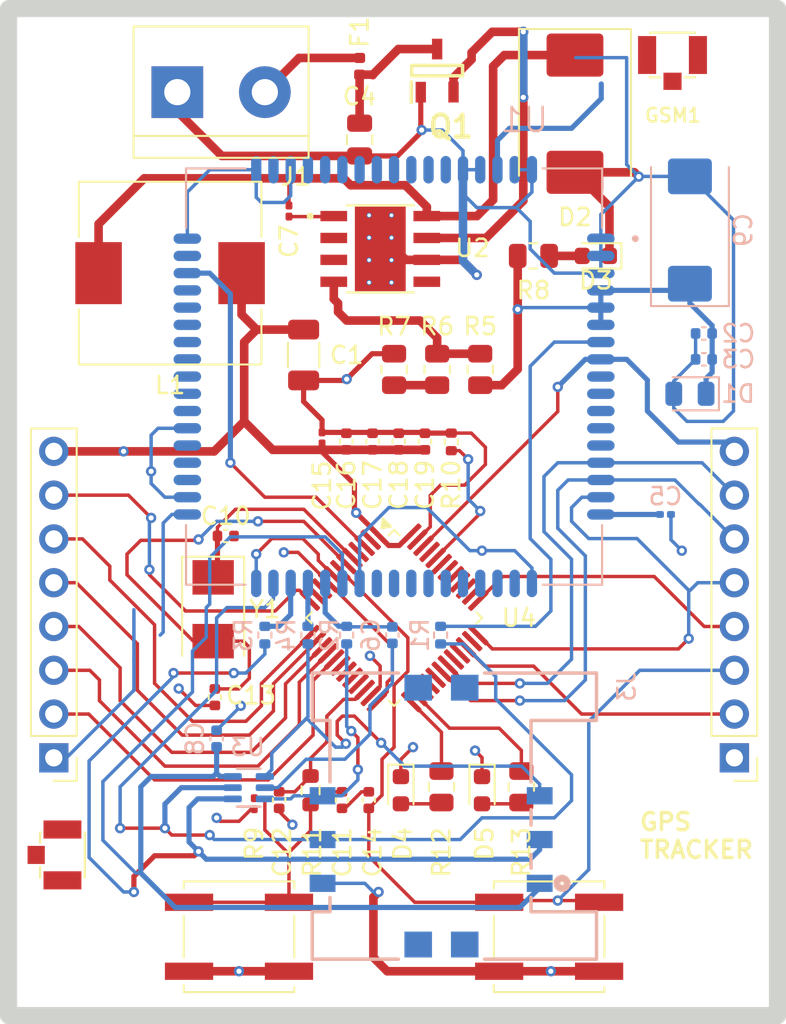
<source format=kicad_pcb>
(kicad_pcb (version 20240108) (generator "pcbnew") (generator_version "8.0")
  (layers (0 "F.Cu" signal) (1 "In1.Cu" signal) (2 "In2.Cu" signal) (31 "B.Cu" signal) (34 "B.Paste" user) (35 "F.Paste" user) (36 "B.SilkS" user "B.Silkscreen") (37 "F.SilkS" user "F.Silkscreen") (38 "B.Mask" user) (39 "F.Mask" user) (44 "Edge.Cuts" user))
  (net 0 "")
  (net 1 "+3.3V")
  (net 2 "GND")
  (net 3 "SIM_DATA")
  (net 4 "SIM_VDD")
  (net 5 "Net-(D2-K)")
  (net 6 "Net-(Q1-D)")
  (net 7 "NRST")
  (net 8 "Net-(U4-PF1)")
  (net 9 "Net-(U4-PF0)")
  (net 10 "Net-(U4-PB11)")
  (net 11 "Net-(D3-A)")
  (net 12 "Net-(D4-A)")
  (net 13 "Net-(D5-A)")
  (net 14 "+12V")
  (net 15 "SWDCLK")
  (net 16 "SIM_PWRKEY")
  (net 17 "SWDIO")
  (net 18 "SIM_RESET")
  (net 19 "SIM_RX")
  (net 20 "SIM_TX")
  (net 21 "PA7{slash}SPI1_MOSI")
  (net 22 "USART2_RX")
  (net 23 "PA4")
  (net 24 "PA6{slash}SPI1_MISO")
  (net 25 "PA5{slash}SPI1_CLK")
  (net 26 "USART2_TX")
  (net 28 "Net-(J3-CLK)")
  (net 29 "Net-(J3-RET)")
  (net 32 "SIM_DET")
  (net 33 "Net-(J3-I{slash}O)")
  (net 35 "Net-(Q1-S)")
  (net 36 "SIM_RST")
  (net 37 "SIM_CLK")
  (net 38 "FEEDBACK")
  (net 39 "Net-(R6-Pad2)")
  (net 40 "Net-(U4-BOOT0)")
  (net 41 "LED2")
  (net 42 "LED1")
  (net 43 "GSM_ANT")
  (net 44 "STATUS")
  (net 45 "GPS_ANT")
  (net 67 "Net-(U1-VRTC)")
  (net 68 "Net-(C6-Pad2)")
  (net 69 "Net-(U2-BOOT)")
  (net 70 "Net-(C11-Pad1)")
  (net 71 "Net-(U1-VDD_EXT)")
  (footprint "Capacitor_SMD:C_0402_1005Metric" (layer "F.Cu") (at 144.251 115.969 -90)
    (property "Reference" "C12")
    (property "Value" "100n")
  )
  (footprint "Capacitor_SMD:C_0201_0603Metric" (layer "F.Cu") (at 144.821 81.799 90)
    (property "Reference" "C7")
    (property "Value" "10n")
  )
  (footprint "Button_Switch_SMD:SW_Push_1P1T_NO_CK_KSC6xxJ" (layer "F.Cu") (at 159.921 123.899)
    (property "Reference" "RESET" (hide yes))
    (property "Value" "SW_Push")
  )
  (footprint "Resistor_SMD:R_0805_2012Metric" (layer "F.Cu") (at 150.921 90.9865 90)
    (property "Reference" "R7")
    (property "Value" "2K7")
  )
  (footprint "Fuse:Fuse_0402_1005Metric" (layer "F.Cu") (at 148.921 73.399 -90)
    (property "Reference" "F1")
    (property "Value" "Fuse 2.5A" (hide yes))
  )
  (footprint "Capacitor_SMD:C_0402_1005Metric" (layer "F.Cu") (at 147.899 115.969 -90)
    (property "Reference" "C11")
    (property "Value" "10p")
  )
  (footprint "Resistor_SMD:R_0805_2012Metric" (layer "F.Cu") (at 153.421 90.9865 -90)
    (property "Reference" "R6")
    (property "Value" "1K5")
  )
  (footprint "Resistor_SMD:R_0603_1608Metric" (layer "F.Cu") (at 146.075 115.399 -90)
    (property "Reference" "R11")
    (property "Value" "1K")
  )
  (footprint "Capacitor_SMD:C_0402_1005Metric" (layer "F.Cu") (at 151.191 95.169 90)
    (property "Reference" "C18")
    (property "Value" "100n")
  )
  (footprint "Capacitor_SMD:C_0201_0603Metric" (layer "F.Cu") (at 146.741 94.959 90)
    (property "Reference" "C15")
    (property "Value" "4u7")
  )
  (footprint "Package_QFP:LQFP-48_7x7mm_P0.5mm" (layer "F.Cu") (at 150.921 105.399 -45)
    (property "Reference" "U4")
    (property "Value" "STM32F030C8Tx" (hide yes))
  )
  (footprint "Capacitor_SMD:C_0402_1005Metric" (layer "F.Cu") (at 149.453 115.969 -90)
    (property "Reference" "C14")
    (property "Value" "100n")
  )
  (footprint "Connector_PinHeader_2.54mm:PinHeader_1x08_P2.54mm_Vertical" (layer "F.Cu") (at 170.671 113.519 180)
    (property "Reference" "J4" (hide yes))
    (property "Value" "RIGHT HEADER PINS" (hide yes))
  )
  (footprint "LED_SMD:LED_0603_1608Metric" (layer "F.Cu") (at 151.317 115.399 -90)
    (property "Reference" "D4")
    (property "Value" "LED")
  )
  (footprint "Capacitor_SMD:C_0402_1005Metric" (layer "F.Cu") (at 141.151 100.649)
    (property "Reference" "C10")
    (property "Value" "30p")
  )
  (footprint "Connector_PinHeader_2.54mm:PinHeader_1x08_P2.54mm_Vertical" (layer "F.Cu") (at 131.171 113.519 180)
    (property "Reference" "J2" (hide yes))
    (property "Value" "LEFT HEADER PINS" (hide yes))
  )
  (footprint "Diode_SMD:D_SMC" (layer "F.Cu") (at 161.421 76.149 -90)
    (property "Reference" "D2")
    (property "Value" "B340")
  )
  (footprint "Capacitor_SMD:C_0402_1005Metric" (layer "F.Cu") (at 149.671 95.169 90)
    (property "Reference" "C17")
    (property "Value" "100n")
  )
  (footprint "Resistor_SMD:R_0805_2012Metric" (layer "F.Cu") (at 159.0085 84.399)
    (property "Reference" "R8")
    (property "Value" "1K5")
  )
  (footprint "TerminalBlock:TerminalBlock_bornier-2_P5.08mm" (layer "F.Cu") (at 138.341 74.899)
    (property "Reference" "J1")
    (property "Value" "Screw_Terminal_01x02" (hide yes))
  )
  (footprint "U.FL-R-SMT-1:U.FL-R-SMT-1" (layer "F.Cu") (at 167.0812 72.7446)
    (property "Reference" "GSM1")
    (property "Value" "U.FL-R-SMT-1" (hide yes))
  )
  (footprint "Capacitor_SMD:C_0402_1005Metric" (layer "F.Cu") (at 140.521 109.999 -90)
    (property "Reference" "C13")
    (property "Value" "30p")
  )
  (footprint "Button_Switch_SMD:SW_Push_1P1T_NO_CK_KSC6xxJ" (layer "F.Cu") (at 141.921 123.899)
    (property "Reference" "USER" (hide yes))
    (property "Value" "SW_Push")
  )
  (footprint "Capacitor_SMD:C_0805_2012Metric" (layer "F.Cu") (at 148.921 77.649 -90)
    (property "Reference" "C4")
    (property "Value" "10u" (hide yes))
  )
  (footprint "TPS5430DDA:VREG_LM5017MR_NOPB" (layer "F.Cu") (at 150.121 83.994)
    (property "Reference" "U2")
    (property "Value" "TPS5430DDA")
  )
  (footprint "Crystal:Crystal_SMD_5032-2Pin_5.0x3.2mm" (layer "F.Cu") (at 140.421 104.899 -90)
    (property "Reference" "Y1")
    (property "Value" "8MHz")
  )
  (footprint "Resistor_SMD:R_0805_2012Metric" (layer "F.Cu") (at 155.921 90.9865 -90)
    (property "Reference" "R5")
    (property "Value" "8K2")
  )
  (footprint "Capacitor_SMD:C_0402_1005Metric" (layer "F.Cu") (at 148.151 95.169 90)
    (property "Reference" "C16")
    (property "Value" "100n")
  )
  (footprint "Capacitor_SMD:C_1206_3216Metric" (layer "F.Cu") (at 145.671 90.149 -90)
    (property "Reference" "C1")
    (property "Value" "100u")
  )
  (footprint "Resistor_SMD:R_0805_2012Metric" (layer "F.Cu") (at 158.307 115.199 90)
    (property "Reference" "R13")
    (property "Value" "1k5")
  )
  (footprint "U.FL-R-SMT-1:U.FL-R-SMT-1" (layer "F.Cu") (at 131.67415 119.1514 -90)
    (property "Reference" "GPS1" (hide yes))
    (property "Value" "U.FL-R-SMT-1" (hide yes))
  )
  (footprint "LED_SMD:LED_0603_1608Metric" (layer "F.Cu") (at 156.025 115.399 -90)
    (property "Reference" "D5")
    (property "Value" "LED")
  )
  (footprint "Resistor_SMD:R_0402_1005Metric" (layer "F.Cu") (at 154.241 95.189 -90)
    (property "Reference" "R10")
    (property "Value" "10k")
  )
  (footprint "LIB_AO3407A:SOT95P280X125-3N" (layer "F.Cu") (at 153.421 73.649 90)
    (property "Reference" "Q1")
    (property "Value" "AO3407A" (hide yes))
  )
  (footprint "Resistor_SMD:R_0805_2012Metric" (layer "F.Cu") (at 153.671 115.199 90)
    (property "Reference" "R12")
    (property "Value" "1k5")
  )
  (footprint "Inductor_SMD:L_10.4x10.4_H4.8" (layer "F.Cu") (at 137.921 85.399)
    (property "Reference" "L1")
    (property "Value" "15uH")
  )
  (footprint "Resistor_SMD:R_0201_0603Metric" (layer "F.Cu") (at 142.807 116.179 -90)
    (property "Reference" "R9")
    (property "Value" "100K")
  )
  (footprint "Capacitor_SMD:C_0402_1005Metric" (layer "F.Cu") (at 152.711 95.169 90)
    (property "Reference" "C19")
    (property "Value" "100n")
  )
  (footprint "LED_SMD:LED_0603_1608Metric" (layer "F.Cu") (at 162.6335 84.399 180)
    (property "Reference" "D3")
    (property "Value" "LED")
  )
  (footprint "693010020611:693010020611" (layer "B.Cu") (at 154.421 116.899 90)
    (property "Reference" "J3")
    (property "Value" "693010020611" (hide yes))
    (property "VALUE" "693010020611" (hide yes))
  )
  (footprint "Resistor_SMD:R_0402_1005Metric" (layer "B.Cu") (at 153.621 106.399 90)
    (property "Reference" "R1")
    (property "Value" "4K7" (hide yes))
  )
  (footprint "Capacitor_SMD:C_0402_1005Metric" (layer "B.Cu") (at 140.621 112.399 -90)
    (property "Reference" "C8")
    (property "Value" "1u")
  )
  (footprint "Resistor_SMD:R_0402_1005Metric" (layer "B.Cu") (at 145.921 106.399 90)
    (property "Reference" "R4")
    (property "Value" "10k" (hide yes))
  )
  (footprint "Resistor_SMD:R_0402_1005Metric" (layer "B.Cu") (at 143.421 106.399 90)
    (property "Reference" "R3")
    (property "Value" "10k")
  )
  (footprint "Capacitor_SMD:C_0402_1005Metric" (layer "B.Cu") (at 168.901 90.399 180)
    (property "Reference" "C3")
    (property "Value" "10p")
  )
  (footprint "SIM808:XCVR_SIM808" (layer "B.Cu") (at 150.921 91.399 180)
    (property "Reference" "U1")
    (property "Value" "SIM808" (hide yes))
  )
  (footprint "Capacitor_Tantalum_SMD:CP_EIA-7343-15_Kemet-W" (layer "B.Cu") (at 168.091 82.899 90)
    (property "Reference" "C9")
    (property "Value" "220u")
  )
  (footprint "Resistor_SMD:R_0402_1005Metric" (layer "B.Cu") (at 148.171 106.399 90)
    (property "Reference" "R2")
    (property "Value" "10k")
  )
  (footprint "Capacitor_SMD:C_0402_1005Metric" (layer "B.Cu") (at 168.901 88.899 180)
    (property "Reference" "C2")
    (property "Value" "33p")
  )
  (footprint "SMF05CT1G:SOT65P210X110-6N" (layer "B.Cu") (at 142.486 115.249 180)
    (property "Reference" "U3")
    (property "Value" "SMF05CT1G" (hide yes))
  )
  (footprint "Capacitor_SMD:C_0402_1005Metric" (layer "B.Cu") (at 150.821 106.399 -90)
    (property "Reference" "C6")
    (property "Value" "22p" (hide yes))
  )
  (footprint "Capacitor_SMD:C_0201_0603Metric" (layer "B.Cu") (at 166.671 99.399 180)
    (property "Reference" "C5")
    (property "Value" "4u7")
  )
  (footprint "Diode_SMD:D_0805_2012Metric" (layer "B.Cu") (at 168.091 92.399 180)
    (property "Reference" "D1")
    (property "Value" "D_Zener" (hide yes))
  )
  (gr_rect (start 128.5494 70.0532) (end 173.1772 128.4732) (stroke (width 1)) (fill none) (layer "Edge.Cuts"))
  (gr_text "GPS \nTRACKER" (at 165.0746 119.4308 0) (layer "F.SilkS") (effects (font (size 1 1) (thickness 0.2) (bold yes)) (justify left bottom)))
  (segment (start 151.221 101.199) (end 150.610088 101.199) (width 0.3) (layer "F.Cu") (net 1))
  (segment (start 149.922212 100.511124) (end 149.922212 100.500212) (width 0.3) (layer "F.Cu") (net 1))
  (segment (start 142.071 87.799) (end 142.071 85.399) (width 0.5) (layer "F.Cu") (net 1))
  (segment (start 150.821 107.066766) (end 147.093785 103.339551) (width 0.2) (layer "F.Cu") (net 1))
  (segment (start 157.171 91.899) (end 158.096 90.974) (width 0.5) (layer "F.Cu") (net 1))
  (segment (start 145.353234 101.599) (end 147.093785 103.339551) (width 0.2) (layer "F.Cu") (net 1))
  (segment (start 140.481 95.739) (end 142.221 93.999) (width 0.5) (layer "F.Cu") (net 1))
  (segment (start 151.908876 100.511124) (end 151.221 101.199) (width 0.3) (layer "F.Cu") (net 1))
  (segment (start 148.621 99.199) (end 148.621 97.649) (width 0.3) (layer "F.Cu") (net 1))
  (segment (start 150.821 108.833314) (end 150.821 107.066766) (width 0.2) (layer "F.Cu") (net 1))
  (segment (start 146.741 95.279) (end 146.741 95.469) (width 0.2) (layer "F.Cu") (net 1))
  (segment (start 152.711 95.649) (end 148.151 95.649) (width 0.5) (layer "F.Cu") (net 1))
  (segment (start 150.521 109.133314) (end 150.821 108.833314) (width 0.2) (layer "F.Cu") (net 1))
  (segment (start 141.921 125.899) (end 144.821 125.899) (width 0.5) (layer "F.Cu") (net 1))
  (segment (start 145.671 88.674) (end 142.946 88.674) (width 0.5) (layer "F.Cu") (net 1))
  (segment (start 142.221 89.399) (end 142.946 88.674) (width 0.5) (layer "F.Cu") (net 1))
  (segment (start 149.922212 110.286876) (end 150.521 109.688088) (width 0.2) (layer "F.Cu") (net 1))
  (segment (start 148.721 99.299) (end 148.621 99.199) (width 0.3) (layer "F.Cu") (net 1))
  (segment (start 131.171 95.739) (end 135.221 95.739) (width 0.5) (layer "F.Cu") (net 1))
  (segment (start 151.919788 100.511124) (end 151.908876 100.511124) (width 0.3) (layer "F.Cu") (net 1))
  (segment (start 139.021 125.899) (end 141.921 125.899) (width 0.5) (layer "F.Cu") (net 1))
  (segment (start 144.521 101.599) (end 145.353234 101.599) (width 0.2) (layer "F.Cu") (net 1))
  (segment (start 146.921 95.649) (end 148.151 95.649) (width 0.2) (layer "F.Cu") (net 1))
  (segment (start 142.221 93.999) (end 142.221 89.399) (width 0.5) (layer "F.Cu") (net 1))
  (segment (start 143.871 95.649) (end 146.621 95.649) (width 0.5) (layer "F.Cu") (net 1))
  (segment (start 142.946 88.674) (end 142.071 87.799) (width 0.5) (layer "F.Cu") (net 1))
  (segment (start 158.096 87.499) (end 158.096 84.399) (width 0.5) (layer "F.Cu") (net 1))
  (segment (start 142.221 93.999) (end 143.871 95.649) (width 0.5) (layer "F.Cu") (net 1))
  (segment (start 149.922212 100.500212) (end 148.721 99.299) (width 0.3) (layer "F.Cu") (net 1))
  (segment (start 158.096 90.974) (end 158.096 87.499) (width 0.5) (layer "F.Cu") (net 1))
  (segment (start 146.621 95.649) (end 148.151 95.649) (width 0.5) (layer "F.Cu") (net 1))
  (segment (start 135.221 95.739) (end 140.481 95.739) (width 0.5) (layer "F.Cu") (net 1))
  (segment (start 150.521 109.688088) (end 150.521 109.133314) (width 0.2) (layer "F.Cu") (net 1))
  (segment (start 155.921 91.899) (end 157.171 91.899) (width 0.5) (layer "F.Cu") (net 1))
  (segment (start 146.741 95.469) (end 146.921 95.649) (width 0.2) (layer "F.Cu") (net 1))
  (segment (start 150.610088 101.199) (end 149.922212 100.511124) (width 0.3) (layer "F.Cu") (net 1))
  (segment (start 148.621 97.649) (end 146.621 95.649) (width 0.3) (layer "F.Cu") (net 1))
  (via (at 141.921 125.899) (size 0.6) (drill 0.3) (layers "F.Cu" "B.Cu") (net 1))
  (via (at 158.096 87.499) (size 0.6) (drill 0.3) (layers "F.Cu" "B.Cu") (net 1))
  (via (at 135.221 95.739) (size 0.6) (drill 0.3) (layers "F.Cu" "B.Cu") (net 1))
  (via (at 144.521 101.599) (size 0.6) (drill 0.3) (layers "F.Cu" "B.Cu") (net 1))
  (via (at 148.721 99.299) (size 0.6) (drill 0.3) (layers "F.Cu" "B.Cu") (net 1))
  (segment (start 169.0285 92.399) (end 169.0285 91.5115) (width 0.3) (layer "B.Cu") (net 1))
  (segment (start 167.7035 86.399) (end 168.091 86.0115) (width 0.3) (layer "B.Cu") (net 1))
  (segment (start 169.0285 91.5115) (end 169.381 91.159) (width 0.3) (layer "B.Cu") (net 1))
  (segment (start 169.381 91.159) (end 169.381 90.399) (width 0.3) (layer "B.Cu") (net 1))
  (segment (start 162.921 88.399) (end 162.921 86.399) (width 0.3) (layer "B.Cu") (net 1))
  (segment (start 168.091 87.149) (end 168.091 86.0115) (width 0.3) (layer "B.Cu") (net 1))
  (segment (start 162.921 87.399) (end 158.196 87.399) (width 0.2) (layer "B.Cu") (net 1))
  (segment (start 169.381 88.439) (end 168.091 87.149) (width 0.3) (layer "B.Cu") (net 1))
  (segment (start 162.921 86.399) (end 167.7035 86.399) (width 0.3) (layer "B.Cu") (net 1))
  (segment (start 169.381 90.399) (end 169.381 88.899) (width 0.3) (layer "B.Cu") (net 1))
  (segment (start 169.381 88.899) (end 169.381 88.439) (width 0.3) (layer "B.Cu") (net 1))
  (segment (start 158.196 87.399) (end 158.096 87.499) (width 0.2) (layer "B.Cu") (net 1))
  (segment (start 155.401 94.679) (end 154.241 94.679) (width 0.2) (layer "F.Cu") (net 2))
  (segment (start 148.171 91.549) (end 148.096 91.624) (width 0.3) (layer "F.Cu") (net 2))
  (segment (start 151.604528 84.629) (end 150.969528 83.994) (width 0.5) (layer "F.Cu") (net 2))
  (segment (start 142.621 116.499) (end 141.921 117.199) (width 0.2) (layer "F.Cu") (net 2))
  (segment (start 142.921 101.699) (end 143.821 100.799) (width 0.2) (layer "F.Cu") (net 2))
  (segment (start 144.251 116.629) (end 144.251 116.449) (width 0.2) (layer "F.Cu") (net 2))
  (segment (start 154.241 94.679) (end 152.721 94.679) (width 0.3) (layer "F.Cu") (net 2))
  (segment (start 153.621 97.699) (end 155.021 97.699) (width 0.2) (layer "F.Cu") (net 2))
  (segment (start 151.317 114.6115) (end 151.317 113.603) (width 0.2) (layer "F.Cu") (net 2))
  (segment (start 156.221 96.499) (end 156.221 95.499) (width 0.2) (layer "F.Cu") (net 2))
  (segment (start 152.471 77.249) (end 152.471 74.899) (width 0.3) (layer "F.Cu") (net 2))
  (segment (start 149.646 90.074) (end 148.171 91.549) (width 0.3) (layer "F.Cu") (net 2))
  (segment (start 156.221 95.499) (end 155.401 94.679) (width 0.2) (layer "F.Cu") (net 2))
  (segment (start 155.021 97.699) (end 156.221 96.499) (width 0.2) (layer "F.Cu") (net 2))
  (segment (start 138.341 76.019) (end 140.921 78.599) (width 0.5) (layer "F.Cu") (net 2))
  (segment (start 156.025 114.6115) (end 156.025 113.503) (width 0.2) (layer "F.Cu") (net 2))
  (segment (start 164.871 79.549) (end 165.121 79.799) (width 0.5) (layer "F.Cu") (net 2))
  (segment (start 140.921 78.599) (end 148.921 78.599) (width 0.5) (layer "F.Cu") (net 2))
  (segment (start 139.401 110.479) (end 138.421 109.499) (width 0.2) (layer "F.Cu") (net 2))
  (segment (start 150.521 125.899) (end 149.721 125.099) (width 0.5) (layer "F.Cu") (net 2))
  (segment (start 145.671 92.849) (end 145.671 91.624) (width 0.3) (layer "F.Cu") (net 2))
  (segment (start 146.741 94.639) (end 152.661 94.639) (width 0.3) (layer "F.Cu") (net 2))
  (segment (start 153.021 100.11702) (end 153.021 98.299) (width 0.2) (layer "F.Cu") (net 2))
  (segment (start 142.807 116.499) (end 142.621 116.499) (width 0.2) (layer "F.Cu") (net 2))
  (segment (start 148.921 78.599) (end 151.121 78.599) (width 0.3) (layer "F.Cu") (net 2))
  (segment (start 147.447338 102.985998) (end 146.521 102.05966) (width 0.2) (layer "F.Cu") (net 2))
  (segment (start 149.453 115.489) (end 149.031 115.489) (width 0.2) (layer "F.Cu") (net 2))
  (segment (start 161.421 79.549) (end 164.871 79.549) (width 0.5) (layer "F.Cu") (net 2))
  (segment (start 140.821 117.199) (end 140.621 116.999) (width 0.2) (layer "F.Cu") (net 2))
  (segment (start 152.821 84.629) (end 151.604528 84.629) (width 0.5) (layer "F.Cu") (net 2))
  (segment (start 152.821 84.629) (end 154.851 84.629) (width 0.5) (layer "F.Cu") (net 2))
  (segment (start 152.721 94.679) (end 152.711 94.689) (width 0.3) (layer "F.Cu") (net 2))
  (segment (start 149.721 125.099) (end 149.721 121.599) (width 0.5) (layer "F.Cu") (net 2))
  (segment (start 143.821 100.799) (end 145.621 100.799) (width 0.2) (layer "F.Cu") (net 2))
  (segment (start 146.521 102.05966) (end 146.521 101.699) (width 0.2) (layer "F.Cu") (net 2))
  (segment (start 140.521 110.479) (end 139.401 110.479) (width 0.2) (layer "F.Cu") (net 2))
  (segment (start 153.021 98.299) (end 153.621 97.699) (width 0.2) (layer "F.Cu") (net 2))
  (segment (start 157.021 125.899) (end 160.021 125.899) (width 0.5) (layer "F.Cu") (net 2))
  (segment (start 146.741 93.919) (end 145.671 92.849) (width 0.3) (layer "F.Cu") (net 2))
  (segment (start 148.071 116.449) (end 147.899 116.449) (width 0.2) (layer "F.Cu") (net 2))
  (segment (start 163.421 84.399) (end 163.421 81.549) (width 0.5) (layer "F.Cu") (net 2))
  (segment (start 157.021 125.899) (end 150.521 125.899) (width 0.5) (layer "F.Cu") (net 2))
  (segment (start 163.421 81.549) (end 161.421 79.549) (width 0.5) (layer "F.Cu") (net 2))
  (segment (start 145.621 100.799) (end 146.521 101.699) (width 0.2) (layer "F.Cu") (net 2))
  (segment (start 150.921 90.074) (end 149.646 90.074) (width 0.3) (layer "F.Cu") (net 2))
  (segment (start 149.721 121.599) (end 150.021 121.299) (width 0.5) (layer "F.Cu") (net 2))
  (segment (start 156.025 113.503) (end 155.621 113.099) (width 0.2) (layer "F.Cu") (net 2))
  (segment (start 160.021 125.899) (end 162.821 125.899) (width 0.5) (layer "F.Cu") (net 2))
  (segment (start 138.341 74.899) (end 138.341 76.019) (width 0.5) (layer "F.Cu") (net 2))
  (segment (start 149.568658 109.933322) (end 150.113066 109.388914) (width 0.2) (layer "F.Cu") (net 2))
  (segment (start 154.851 84.629) (end 155.721 85.499) (width 0.5) (layer "F.Cu") (net 2))
  (segment (start 152.661 94.639) (end 152.711 94.689) (width 0.3) (layer "F.Cu") (net 2))
  (segment (start 151.317 113.603) (end 152.021 112.899) (width 0.2) (layer "F.Cu") (net 2))
  (segment (start 150.113066 108.191066) (end 149.521 107.599) (width 0.2) (layer "F.Cu") (net 2))
  (segment (start 151.121 78.599) (end 152.471 77.249) (width 0.3) (layer "F.Cu") (net 2))
  (segment (start 152.273342 100.864678) (end 153.021 100.11702) (width 0.2) (layer "F.Cu") (net 2))
  (segment (start 146.741 94.639) (end 146.741 93.919) (width 0.3) (layer "F.Cu") (net 2))
  (segment (start 149.031 115.489) (end 148.071 116.449) (width 0.2) (layer "F.Cu") (net 2))
  (segment (start 148.096 91.624) (end 145.671 91.624) (width 0.3) (layer "F.Cu") (net 2))
  (segment (start 150.113066 109.388914) (end 150.113066 108.191066) (width 0.2) (layer "F.Cu") (net 2))
  (segment (start 150.969528 83.994) (end 150.121 83.994) (width 0.5) (layer "F.Cu") (net 2))
  (segment (start 145.021 117.399) (end 144.251 116.629) (width 0.2) (layer "F.Cu") (net 2))
  (segment (start 141.921 117.199) (end 140.821 117.199) (width 0.2) (layer "F.Cu") (net 2))
  (via (at 142.021 110.499) (size 0.6) (drill 0.3) (layers "F.Cu" "B.Cu") (net 2))
  (via (at 138.421 109.499) (size 0.6) (drill 0.3) (layers "F.Cu" "B.Cu") (net 2))
  (via (at 152.021 112.899) (size 0.6) (drill 0.3) (layers "F.Cu" "B.Cu") (net 2))
  (via (at 155.721 85.499) (size 0.6) (drill 0.3) (layers "F.Cu" "B.Cu") (net 2))
  (via (at 152.521 77.099) (size 0.6) (drill 0.3) (layers "F.Cu" "B.Cu") (net 2))
  (via (at 156.021 101.499) (size 0.6) (drill 0.3) (layers "F.Cu" "B.Cu") (net 2))
  (via (at 148.171 91.549) (size 0.6) (drill 0.3) (layers "F.Cu" "B.Cu") (net 2))
  (via (at 149.521 107.599) (size 0.6) (drill 0.3) (layers "F.Cu" "B.Cu") (net 2))
  (via (at 160.021 125.899) (size 0.6) (drill 0.3) (layers "F.Cu" "B.Cu") (net 2))
  (via (at 145.021 117.399) (size 0.6) (drill 0.3) (layers "F.Cu" "B.Cu") (net 2))
  (via (at 155.621 113.099) (size 0.6) (drill 0.3) (layers "F.Cu" "B.Cu") (net 2))
  (via (at 165.121 79.799) (size 0.6) (drill 0.3) (layers "F.Cu" "B.Cu") (net 2))
  (via (at 167.621 101.499) (size 0.6) (drill 0.3) (layers "F.Cu" "B.Cu") (net 2))
  (via (at 150.021 121.299) (size 0.6) (drill 0.3) (layers "F.Cu" "B.Cu") (net 2))
  (via (at 142.921 101.699) (size 0.6) (drill 0.3) (layers "F.Cu" "B.Cu") (net 2))
  (via (at 140.621 116.999) (size 0.6) (drill 0.3) (layers "F.Cu" "B.Cu") (net 2))
  (via (at 136.821 96.899) (size 0.6) (drill 0.3) (layers "F.Cu" "B.Cu") (net 2))
  (segment (start 167.921 93.999) (end 170.021 93.999) (width 0.2) (layer "B.Cu") (net 2))
  (segment (start 158.821 82.399) (end 158.021 81.599) (width 0.2) (layer "B.Cu") (net 2))
  (segment (start 166.991 99.399) (end 166.991 100.869) (width 0.2) (layer "B.Cu") (net 2))
  (segment (start 165.1335 79.7865) (end 165.121 79.799) (width 0.2) (layer "B.Cu") (net 2))
  (segment (start 164.421 79.099) (end 164.421 72.899) (width 0.2) (layer "B.Cu") (net 2))
  (segment (start 149.221 120.799) (end 149.721 121.299) (width 0.2) (layer "B.Cu") (net 2))
  (segment (start 138.921 80.699) (end 140.221 79.399) (width 0.2) (layer "B.Cu") (net 2))
  (segment (start 162.921 85.399) (end 162.921 83.399) (width 0.2) (layer "B.Cu") (net 2))
  (segment (start 154.921 79.399) (end 154.921 80.799) (width 0.2) (layer "B.Cu") (net 2))
  (segment (start 142.921 103.399) (end 142.921 101.699) (width 0.2) (layer "B.Cu") (net 2))
  (segment (start 142.021 110.499) (end 142.021 110.519) (width 0.2) (layer "B.Cu") (net 2))
  (segment (start 135.821 107.874) (end 135.821 104.924) (width 0.2) (layer "B.Cu") (net 2))
  (segment (start 158.921 80.699) (end 158.921 79.399) (width 0.2) (layer "B.Cu") (net 2))
  (segment (start 167.1535 92.399) (end 167.1535 93.2315) (width 0.2) (layer "B.Cu") (net 2))
  (segment (start 137.621 98.399) (end 138.921 98.399) (width 0.2) (layer "B.Cu") (net 2))
  (segment (start 154.921 79.399) (end 155.921 79.399) (width 0.2) (layer "B.Cu") (net 2))
  (segment (start 167.1535 92.399) (end 167.1535 91.6665) (width 0.2) (layer "B.Cu") (net 2))
  (segment (start 137.221 94.399) (end 136.821 94.799) (width 0.2) (layer "B.Cu") (net 2))
  (segment (start 144.921 79.399) (end 144.921 80.899) (width 0.2) (layer "B.Cu") (net 2))
  (segment (start 170.021 93.999) (end 170.621 93.399) (width 0.2) (layer "B.Cu") (net 2))
  (segment (start 136.821 96.899) (end 136.821 97.599) (width 0.2) (layer "B.Cu") (net 2))
  (segment (start 165.121 79.799) (end 164.421 79.099) (width 0.2) (layer "B.Cu") (net 2))
  (segment (start 153.721 77.099) (end 152.521 77.099) (width 0.2) (layer "B.Cu") (net 2))
  (segment (start 142.921 80.999) (end 142.921 79.399) (width 0.2) (layer "B.Cu") (net 2))
  (segment (start 164.421 72.899) (end 161.471 72.899) (width 0.2) (layer "B.Cu") (net 2))
  (segment (start 149.721 121.299) (end 150.021 121.299) (width 0.2) (layer "B.Cu") (net 2))
  (segment (start 167.1535 91.6665) (end 168.421 90.399) (width 0.2) (layer "B.Cu") (net 2))
  (segment (start 154.921 80.799) (end 155.721 81.599) (width 0.2) (layer "B.Cu") (net 2))
  (segment (start 144.921 80.899) (end 144.521 81.299) (width 0.2) (layer "B.Cu") (net 2))
  (segment (start 152.821 98.999) (end 150.621 98.999) (width 0.2) (layer "B.Cu") (net 2))
  (segment (start 138.921 94.399) (end 137.221 94.399) (width 0.2) (layer "B.Cu") (net 2))
  (segment (start 156.021 101.499) (end 155.321 101.499) (width 0.2) (layer "B.Cu") (net 2))
  (segment (start 148.921 100.699) (end 148.921 103.399) (width 0.2) (layer "B.Cu") (net 2))
  (segment (start 158.921 102.499) (end 157.921 101.499) (width 0.2) (layer "B.Cu") (net 2))
  (segment (start 157.921 101.499) (end 156.021 101.499) (width 0.2) (layer "B.Cu") (net 2))
  (segment (start 146.771 120.799) (end 149.221 120.799) (width 0.2) (layer "B.Cu") (net 2))
  (segment (start 142.921 101.699) (end 142.921 101.599) (width 0.2) (layer "B.Cu") (net 2))
  (segment (start 158.821 83.999) (end 158.821 82.399) (width 0.2) (layer "B.Cu") (net 2))
  (segment (start 162.921 81.999) (end 165.121 79.799) (width 0.2) (layer "B.Cu") (net 2))
  (segment (start 155.721 81.599) (end 158.021 81.599) (width 0.2) (layer "B.Cu") (net 2))
  (segment (start 136.821 94.799) (end 136.821 96.899) (width 0.2) (layer "B.Cu") (net 2))
  (segment (start 168.091 79.7865) (end 165.1335 79.7865) (width 0.2) (layer "B.Cu") (net 2))
  (segment (start 140.221 79.399) (end 142.921 79.399) (width 0.2) (layer "B.Cu") (net 2))
  (segment (start 154.921 84.699) (end 154.921 79.399) (width 0.5) (layer "B.Cu") (net 2))
  (segment (start 155.721 85.499) (end 154.921 84.699) (width 0.5) (layer "B.Cu") (net 2))
  (segment (start 144.521 81.299) (end 143.221 81.299) (width 0.2) (layer "B.Cu") (net 2))
  (segment (start 154.921 78.299) (end 154.421 77.799) (width 0.2) (layer "B.Cu") (net 2))
  (segment (start 143.221 81.299) (end 142.921 80.999) (width 0.2) (layer "B.Cu") (net 2))
  (segment (start 166.991 100.869) (end 167.621 101.499) (width 0.2) (layer "B.Cu") (net 2))
  (segment (start 158.021 81.599) (end 158.921 80.699) (width 0.2) (layer "B.Cu") (net 2))
  (segment (start 162.921 83.399) (end 162.921 81.999) (width 0.2) (layer "B.Cu") (net 2))
  (segment (start 140.621 111.919) (end 142.021 110.519) (width 0.2) (layer "B.Cu") (net 2))
  (segment (start 135.821 109.599) (end 135.821 107.874) (width 0.2) (layer "B.Cu") (net 2))
  (segment (start 131.901 113.519) (end 135.821 109.599) (width 0.2) (layer "B.Cu") (net 2))
  (segment (start 170.621 93.399) (end 170.621 82.3165) (width 0.2) (layer "B.Cu") (net 2))
  (segment (start 157.921 79.399) (end 158.921 79.399) (width 0.2) (layer "B.Cu") (net 2))
  (segment (start 155.321 101.499) (end 152.821 98.999) (width 0.2) (layer "B.Cu") (net 2))
  (segment (start 162.921 85.399) (end 160.221 85.399) (width 0.2) (layer "B.Cu") (net 2))
  (segment (start 136.821 97.599) (end 137.621 98.399) (width 0.2) (layer "B.Cu") (net 2))
  (segment (start 154.921 79.399) (end 154.921 78.299) (width 0.2) (layer "B.Cu") (net 2))
  (segment (start 168.421 88.899) (end 168.421 90.399) (width 0.2) (layer "B.Cu") (net 2))
  (segment (start 138.921 83.399) (end 138.921 80.699) (width 0.2) (layer "B.Cu") (net 2))
  (segment (start 131.171 113.519) (end 131.901 113.519) (width 0.2) (layer "B.Cu") (net 2))
  (segment (start 154.421 77.799) (end 153.721 77.099) (width 0.2) (layer "B.Cu") (net 2))
  (segment (start 150.621 98.999) (end 148.921 100.699) (width 0.2) (layer "B.Cu") (net 2))
  (segment (start 158.921 103.399) (end 158.921 102.499) (width 0.2) (layer "B.Cu") (net 2))
  (segment (start 160.221 85.399) (end 158.821 83.999) (width 0.2) (layer "B.Cu") (net 2))
  (segment (start 170.621 82.3165) (end 168.091 79.7865) (width 0.2) (layer "B.Cu") (net 2))
  (segment (start 167.1535 93.2315) (end 167.921 93.999) (width 0.2) (layer "B.Cu") (net 2))
  (segment (start 148.171 105.889) (end 147.711 105.889) (width 0.3) (layer "B.Cu") (net 3))
  (segment (start 150.821 105.919) (end 148.201 105.919) (width 0.2) (layer "B.Cu") (net 3))
  (segment (start 147.711 105.889) (end 146.921 105.099) (width 0.3) (layer "B.Cu") (net 3))
  (segment (start 146.921 105.099) (end 146.921 103.399) (width 0.3) (layer "B.Cu") (net 3))
  (segment (start 148.201 105.919) (end 148.171 105.889) (width 0.2) (layer "B.Cu") (net 3))
  (segment (start 140.221 101.899) (end 140.221 104.599) (width 0.2) (layer "B.Cu") (net 4))
  (segment (start 138.221 122.199) (end 136.221 120.199) (width 0.3) (layer "B.Cu") (net 4))
  (segment (start 146.921 100.699) (end 141.421 100.699) (width 0.2) (layer "B.Cu") (net 4))
  (segment (start 147.921 103.399) (end 147.921 101.699) (width 0.2) (layer "B.Cu") (net 4))
  (segment (start 140.421 114.599) (end 140.621 114.399) (width 0.3) (layer "B.Cu") (net 4))
  (segment (start 134.021 118.299) (end 135.921 120.199) (width 0.2) (layer "B.Cu") (net 4))
  (segment (start 140.221 104.599) (end 140.021 104.799) (width 0.2) (layer "B.Cu") (net 4))
  (segment (start 147.921 101.699) (end 146.921 100.699) (width 0.2) (layer "B.Cu") (net 4))
  (segment (start 140.821 114.599) (end 140.621 114.399) (width 0.3) (layer "B.Cu") (net 4))
  (segment (start 139.221 109.699) (end 134.021 114.899) (width 0.2) (layer "B.Cu") (net 4))
  (segment (start 159.371 120.799) (end 159.371 121.049) (width 0.3) (layer "B.Cu") (net 4))
  (segment (start 134.021 114.899) (end 134.021 118.299) (width 0.2) (layer "B.Cu") (net 4))
  (segment (start 158.221 122.199) (end 138.221 122.199) (width 0.3) (layer "B.Cu") (net 4))
  (segment (start 136.221 120.199) (end 136.221 115.199) (width 0.3) (layer "B.Cu") (net 4))
  (segment (start 136.221 115.199) (end 136.821 114.599) (width 0.3) (layer "B.Cu") (net 4))
  (segment (start 135.921 120.199) (end 136.221 120.199) (width 0.2) (layer "B.Cu") (net 4))
  (segment (start 141.421 100.699) (end 140.221 101.899) (width 0.2) (layer "B.Cu") (net 4))
  (segment (start 159.371 121.049) (end 158.221 122.199) (width 0.3) (layer "B.Cu") (net 4))
  (segment (start 141.551 114.599) (end 140.821 114.599) (width 0.3) (layer "B.Cu") (net 4))
  (segment (start 139.221 107.324) (end 139.221 109.699) (width 0.2) (layer "B.Cu") (net 4))
  (segment (start 140.621 112.879) (end 140.621 114.399) (width 0.3) (layer "B.Cu") (net 4))
  (segment (start 140.021 106.524) (end 139.221 107.324) (width 0.2) (layer "B.Cu") (net 4))
  (segment (start 136.821 114.599) (end 140.421 114.599) (width 0.3) (layer "B.Cu") (net 4))
  (segment (start 140.021 104.799) (end 140.021 106.524) (width 0.2) (layer "B.Cu") (net 4))
  (segment (start 144.821 81.479) (end 144.821 80.299) (width 0.2) (layer "F.Cu") (net 5))
  (segment (start 156.671 81.149) (end 156.671 73.399) (width 0.5) (layer "F.Cu") (net 5))
  (segment (start 155.731 82.089) (end 156.671 81.149) (width 0.5) (layer "F.Cu") (net 5))
  (segment (start 145.221 79.899) (end 147.999122 79.899) (width 0.5) (layer "F.Cu") (net 5))
  (segment (start 157.321 72.749) (end 161.421 72.749) (width 0.5) (layer "F.Cu") (net 5))
  (segment (start 136.421 79.899) (end 145.221 79.899) (width 0.5) (layer "F.Cu") (net 5))
  (segment (start 147.999122 79.899) (end 148.399122 80.299) (width 0.5) (layer "F.Cu") (net 5))
  (segment (start 133.771 85.399) (end 133.771 82.549) (width 0.5) (layer "F.Cu") (net 5))
  (segment (start 152.821 82.089) (end 155.731 82.089) (width 0.5) (layer "F.Cu") (net 5))
  (segment (start 156.671 73.399) (end 157.321 72.749) (width 0.5) (layer "F.Cu") (net 5))
  (segment (start 151.571 80.299) (end 152.821 81.549) (width 0.5) (layer "F.Cu") (net 5))
  (segment (start 144.821 80.299) (end 145.221 79.899) (width 0.2) (layer "F.Cu") (net 5))
  (segment (start 152.821 81.549) (end 152.821 82.089) (width 0.5) (layer "F.Cu") (net 5))
  (segment (start 133.771 82.549) (end 136.421 79.899) (width 0.5) (layer "F.Cu") (net 5))
  (segment (start 148.399122 80.299) (end 151.571 80.299) (width 0.5) (layer "F.Cu") (net 5))
  (segment (start 149.686 73.914) (end 149.686 73.884) (width 0.5) (layer "F.Cu") (net 6))
  (segment (start 151.171 72.399) (end 149.686 73.884) (width 0.5) (layer "F.Cu") (net 6))
  (segment (start 153.421 72.399) (end 151.171 72.399) (width 0.5) (layer "F.Cu") (net 6))
  (segment (start 148.921 76.699) (end 148.921 73.884) (width 0.5) (layer "F.Cu") (net 6))
  (segment (start 149.686 73.884) (end 148.921 73.884) (width 0.5) (layer "F.Cu") (net 6))
  (segment (start 149.453 119.231) (end 152.121 121.899) (width 0.2) (layer "F.Cu") (net 7))
  (segment (start 149.453 116.449) (end 149.453 119.231) (width 0.2) (layer "F.Cu") (net 7))
  (segment (start 150.921 112.899) (end 150.221 113.599) (width 0.2) (layer "F.Cu") (net 7))
  (segment (start 152.121 121.899) (end 157.021 121.899) (width 0.2) (layer "F.Cu") (net 7))
  (segment (start 150.221 115.681) (end 149.453 116.449) (width 0.2) (layer "F.Cu") (net 7))
  (segment (start 151.721 106.552554) (end 151.721 108.499) (width 0.2) (layer "F.Cu") (net 7))
  (segment (start 157.121 121.799) (end 157.021 121.899) (width 0.2) (layer "F.Cu") (net 7))
  (segment (start 162.721 121.799) (end 157.121 121.799) (width 0.2) (layer "F.Cu") (net 7))
  (segment (start 147.800891 102.632445) (end 151.721 106.552554) (width 0.2) (layer "F.Cu") (net 7))
  (segment (start 150.921 109.299) (end 150.921 112.899) (width 0.2) (layer "F.Cu") (net 7))
  (segment (start 151.721 108.499) (end 150.921 109.299) (width 0.2) (layer "F.Cu") (net 7))
  (segment (start 162.821 121.899) (end 162.721 121.799) (width 0.2) (layer "F.Cu") (net 7))
  (segment (start 150.221 113.599) (end 150.221 115.681) (width 0.2) (layer "F.Cu") (net 7))
  (via (at 160.421 121.799) (size 0.6) (drill 0.3) (layers "F.Cu" "B.Cu") (net 7))
  (segment (start 165.181 108.439) (end 162.221 111.399) (width 0.2) (layer "B.Cu") (net 7))
  (segment (start 162.221 119.999) (end 160.421 121.799) (width 0.2) (layer "B.Cu") (net 7))
  (segment (start 170.671 108.439) (end 165.181 108.439) (width 0.2) (layer "B.Cu") (net 7))
  (segment (start 162.221 111.399) (end 162.221 119.999) (width 0.2) (layer "B.Cu") (net 7))
  (segment (start 135.421 101.899) (end 135.421 102.899) (width 0.2) (layer "F.Cu") (net 8))
  (segment (start 142.521 108.899) (end 142.521 107.099) (width 0.2) (layer "F.Cu") (net 8))
  (segment (start 145.674554 99.799) (end 143.021 99.799) (width 0.2) (layer "F.Cu") (net 8))
  (segment (start 142.521 107.099) (end 142.171 106.749) (width 0.2) (layer "F.Cu") (net 8))
  (segment (start 136.221 100.899) (end 139.521 100.899) (width 0.2) (layer "F.Cu") (net 8))
  (segment (start 142.171 106.749) (end 140.421 106.749) (width 0.2) (layer "F.Cu") (net 8))
  (segment (start 148.154445 102.278891) (end 146.374554 100.499) (width 0.2) (layer "F.Cu") (net 8))
  (segment (start 146.374554 100.499) (end 145.674554 99.799) (width 0.2) (layer "F.Cu") (net 8))
  (segment (start 140.521 109.519) (end 141.901 109.519) (width 0.2) (layer "F.Cu") (net 8))
  (segment (start 141.901 109.519) (end 142.521 108.899) (width 0.2) (layer "F.Cu") (net 8))
  (segment (start 135.421 102.899) (end 139.271 106.749) (width 0.2) (layer "F.Cu") (net 8))
  (segment (start 139.521 100.899) (end 139.571 100.849) (width 0.2) (layer "F.Cu") (net 8))
  (segment (start 139.271 106.749) (end 140.421 106.749) (width 0.2) (layer "F.Cu") (net 8))
  (segment (start 135.421 101.699) (end 135.421 101.899) (width 0.2) (layer "F.Cu") (net 8))
  (segment (start 136.221 100.899) (end 135.421 101.699) (width 0.2) (layer "F.Cu") (net 8))
  (segment (start 140.671 106.999) (end 140.421 106.749) (width 0.2) (layer "F.Cu") (net 8))
  (via (at 143.021 99.799) (size 0.6) (drill 0.3) (layers "F.Cu" "B.Cu") (net 8))
  (via (at 139.571 100.849) (size 0.6) (drill 0.3) (layers "F.Cu" "B.Cu") (net 8))
  (segment (start 140.621 99.799) (end 139.571 100.849) (width 0.2) (layer "B.Cu") (net 8))
  (segment (start 139.571 100.849) (end 139.521 100.899) (width 0.2) (layer "B.Cu") (net 8))
  (segment (start 143.021 99.799) (end 140.621 99.799) (width 0.2) (layer "B.Cu") (net 8))
  (segment (start 140.671 100.649) (end 140.671 102.799) (width 0.3) (layer "F.Cu") (net 9))
  (segment (start 140.671 102.799) (end 140.421 103.049) (width 0.3) (layer "F.Cu") (net 9))
  (segment (start 140.671 100.149) (end 140.671 100.649) (width 0.2) (layer "F.Cu") (net 9))
  (segment (start 141.721 99.099) (end 140.671 100.149) (width 0.2) (layer "F.Cu") (net 9))
  (segment (start 148.507998 101.925338) (end 145.68166 99.099) (width 0.2) (layer "F.Cu") (net 9))
  (segment (start 145.68166 99.099) (end 141.721 99.099) (width 0.2) (layer "F.Cu") (net 9))
  (segment (start 146.075 113.545) (end 146.075 114.574) (width 0.2) (layer "F.Cu") (net 10))
  (segment (start 149.215105 109.579769) (end 148.670698 110.124176) (width 0.2) (layer "F.Cu") (net 10))
  (segment (start 148.670698 110.124176) (end 147.995824 110.124176) (width 0.2) (layer "F.Cu") (net 10))
  (segment (start 147.995824 110.124176) (end 147.021 111.099) (width 0.2) (layer "F.Cu") (net 10))
  (segment (start 147.021 111.099) (end 147.021 112.599) (width 0.2) (layer "F.Cu") (net 10))
  (segment (start 144.251 115.489) (end 145.16 115.489) (width 0.2) (layer "F.Cu") (net 10))
  (segment (start 145.16 115.489) (end 146.075 114.574) (width 0.2) (layer "F.Cu") (net 10))
  (segment (start 147.021 112.599) (end 146.075 113.545) (width 0.2) (layer "F.Cu") (net 10))
  (segment (start 161.846 84.399) (end 159.921 84.399) (width 0.5) (layer "F.Cu") (net 11))
  (segment (start 153.596 116.1865) (end 153.671 116.1115) (width 0.2) (layer "F.Cu") (net 12))
  (segment (start 151.317 116.1865) (end 153.596 116.1865) (width 0.2) (layer "F.Cu") (net 12))
  (segment (start 158.232 116.1865) (end 158.307 116.1115) (width 0.2) (layer "F.Cu") (net 13))
  (segment (start 156.025 116.1865) (end 158.232 116.1865) (width 0.2) (layer "F.Cu") (net 13))
  (segment (start 145.406 72.914) (end 143.421 74.899) (width 0.5) (layer "F.Cu") (net 14))
  (segment (start 148.921 72.914) (end 145.406 72.914) (width 0.5) (layer "F.Cu") (net 14))
  (segment (start 157.221 102.999) (end 166.021 102.999) (width 0.2) (layer "F.Cu") (net 15))
  (segment (start 155.808876 104.400212) (end 155.819788 104.400212) (width 0.2) (layer "F.Cu") (net 15))
  (segment (start 166.021 102.999) (end 168.921 105.899) (width 0.2) (layer "F.Cu") (net 15))
  (segment (start 168.921 105.899) (end 170.671 105.899) (width 0.2) (layer "F.Cu") (net 15))
  (segment (start 155.819788 104.400212) (end 157.221 102.999) (width 0.2) (layer "F.Cu") (net 15))
  (segment (start 160.421 93.424126) (end 152.626895 101.218231) (width 0.2) (layer "F.Cu") (net 16))
  (segment (start 160.421 91.999) (end 160.421 93.424126) (width 0.2) (layer "F.Cu") (net 16))
  (via (at 160.421 91.999) (size 0.6) (drill 0.3) (layers "F.Cu" "B.Cu") (net 16))
  (segment (start 170.131 95.199) (end 167.421 95.199) (width 0.3) (layer "B.Cu") (net 16))
  (segment (start 165.621 93.399) (end 165.621 91.599) (width 0.3) (layer "B.Cu") (net 16))
  (segment (start 170.671 95.739) (end 170.131 95.199) (width 0.3) (layer "B.Cu") (net 16))
  (segment (start 164.421 90.399) (end 162.921 90.399) (width 0.3) (layer "B.Cu") (net 16))
  (segment (start 160.421 91.999) (end 162.021 90.399) (width 0.3) (layer "B.Cu") (net 16))
  (segment (start 167.421 95.199) (end 165.621 93.399) (width 0.3) (layer "B.Cu") (net 16))
  (segment (start 165.621 91.599) (end 164.421 90.399) (width 0.3) (layer "B.Cu") (net 16))
  (segment (start 162.021 90.399) (end 162.921 90.399) (width 0.3) (layer "B.Cu") (net 16))
  (segment (start 161.801 110.979) (end 159.021 108.199) (width 0.2) (layer "F.Cu") (net 17))
  (segment (start 156.195874 108.199) (end 155.101769 107.104895) (width 0.2) (layer "F.Cu") (net 17))
  (segment (start 159.021 108.199) (end 156.195874 108.199) (width 0.2) (layer "F.Cu") (net 17))
  (segment (start 170.671 110.979) (end 161.801 110.979) (width 0.2) (layer "F.Cu") (net 17))
  (segment (start 156.621 107.199) (end 167.421 107.199) (width 0.2) (layer "F.Cu") (net 18))
  (segment (start 155.819788 106.397788) (end 156.621 107.199) (width 0.2) (layer "F.Cu") (net 18))
  (segment (start 167.421 107.199) (end 168.021 106.599) (width 0.2) (layer "F.Cu") (net 18))
  (segment (start 155.808876 106.397788) (end 155.819788 106.397788) (width 0.2) (layer "F.Cu") (net 18))
  (via (at 168.021 106.599) (size 0.6) (drill 0.3) (layers "F.Cu" "B.Cu") (net 18))
  (segment (start 168.021 104.159) (end 168.021 103.879) (width 0.2) (layer "B.Cu") (net 18))
  (segment (start 161.221 99.799) (end 161.221 98.999) (width 0.2) (layer "B.Cu") (net 18))
  (segment (start 168.021 106.599) (end 168.021 104.159) (width 0.2) (layer "B.Cu") (net 18))
  (segment (start 168.021 103.879) (end 168.541 103.359) (width 0.2) (layer "B.Cu") (net 18))
  (segment (start 168.021 103.799) (end 165.021 100.799) (width 0.2) (layer "B.Cu") (net 18))
  (segment (start 161.221 98.999) (end 161.821 98.399) (width 0.2) (layer "B.Cu") (net 18))
  (segment (start 161.821 98.399) (end 162.921 98.399) (width 0.2) (layer "B.Cu") (net 18))
  (segment (start 165.021 100.799) (end 162.221 100.799) (width 0.2) (layer "B.Cu") (net 18))
  (segment (start 168.021 104.159) (end 168.021 103.799) (width 0.2) (layer "B.Cu") (net 18))
  (segment (start 162.221 100.799) (end 161.221 99.799) (width 0.2) (layer "B.Cu") (net 18))
  (segment (start 168.541 103.359) (end 170.671 103.359) (width 0.2) (layer "B.Cu") (net 18))
  (segment (start 153.687555 108.519109) (end 155.367446 110.199) (width 0.2) (layer "F.Cu") (net 19))
  (segment (start 155.367446 110.199) (end 158.221 110.199) (width 0.2) (layer "F.Cu") (net 19))
  (via (at 158.221 110.199) (size 0.6) (drill 0.3) (layers "F.Cu" "B.Cu") (net 19))
  (segment (start 168.621 98.799) (end 168.651 98.799) (width 0.2) (layer "B.Cu") (net 19))
  (segment (start 160.421 97.999) (end 160.421 100.199) (width 0.2) (layer "B.Cu") (net 19))
  (segment (start 162.021 101.799) (end 162.021 108.999) (width 0.2) (layer "B.Cu") (net 19))
  (segment (start 160.821 110.199) (end 158.221 110.199) (width 0.2) (layer "B.Cu") (net 19))
  (segment (start 161.021 97.399) (end 160.421 97.999) (width 0.2) (layer "B.Cu") (net 19))
  (segment (start 167.221 97.399) (end 168.621 98.799) (width 0.2) (layer "B.Cu") (net 19))
  (segment (start 162.921 97.399) (end 167.221 97.399) (width 0.2) (layer "B.Cu") (net 19))
  (segment (start 162.021 108.999) (end 160.821 110.199) (width 0.2) (layer "B.Cu") (net 19))
  (segment (start 168.651 98.799) (end 170.671 100.819) (width 0.2) (layer "B.Cu") (net 19))
  (segment (start 160.421 100.199) (end 162.021 101.799) (width 0.2) (layer "B.Cu") (net 19))
  (segment (start 162.921 97.399) (end 161.021 97.399) (width 0.2) (layer "B.Cu") (net 19))
  (segment (start 155.074554 109.199) (end 158.221 109.199) (width 0.2) (layer "F.Cu") (net 20))
  (segment (start 154.041109 108.165555) (end 155.074554 109.199) (width 0.2) (layer "F.Cu") (net 20))
  (via (at 158.221 109.199) (size 0.6) (drill 0.3) (layers "F.Cu" "B.Cu") (net 20))
  (segment (start 159.621 97.199) (end 159.621 100.399) (width 0.2) (layer "B.Cu") (net 20))
  (segment (start 162.921 96.399) (end 168.791 96.399) (width 0.2) (layer "B.Cu") (net 20))
  (segment (start 162.921 96.399) (end 160.421 96.399) (width 0.2) (layer "B.Cu") (net 20))
  (segment (start 168.791 96.399) (end 170.671 98.279) (width 0.2) (layer "B.Cu") (net 20))
  (segment (start 161.221 101.999) (end 161.221 107.799) (width 0.2) (layer "B.Cu") (net 20))
  (segment (start 159.621 100.399) (end 161.221 101.999) (width 0.2) (layer "B.Cu") (net 20))
  (segment (start 159.821 109.199) (end 158.221 109.199) (width 0.2) (layer "B.Cu") (net 20))
  (segment (start 160.421 96.399) (end 159.621 97.199) (width 0.2) (layer "B.Cu") (net 20))
  (segment (start 161.221 107.799) (end 159.821 109.199) (width 0.2) (layer "B.Cu") (net 20))
  (segment (start 143.621 114.799) (end 146.221 112.199) (width 0.2) (layer "F.Cu") (net 21))
  (segment (start 131.171 110.979) (end 133.201 110.979) (width 0.2) (layer "F.Cu") (net 21))
  (segment (start 133.201 110.979) (end 137.021 114.799) (width 0.2) (layer "F.Cu") (net 21))
  (segment (start 137.021 114.799) (end 143.621 114.799) (width 0.2) (layer "F.Cu") (net 21))
  (segment (start 146.221 109.03834) (end 147.447338 107.812002) (width 0.2) (layer "F.Cu") (net 21))
  (segment (start 146.221 112.199) (end 146.221 109.03834) (width 0.2) (layer "F.Cu") (net 21))
  (segment (start 142.321 111.399) (end 139.221 111.399) (width 0.2) (layer "F.Cu") (net 22))
  (segment (start 132.841 100.819) (end 131.171 100.819) (width 0.2) (layer "F.Cu") (net 22))
  (segment (start 134.421 102.399) (end 132.841 100.819) (width 0.2) (layer "F.Cu") (net 22))
  (segment (start 143.221 109.209912) (end 143.221 110.499) (width 0.2) (layer "F.Cu") (net 22))
  (segment (start 134.421 103.199) (end 134.421 102.399) (width 0.2) (layer "F.Cu") (net 22))
  (segment (start 143.221 110.499) (end 142.321 111.399) (width 0.2) (layer "F.Cu") (net 22))
  (segment (start 137.021 109.199) (end 137.021 105.799) (width 0.2) (layer "F.Cu") (net 22))
  (segment (start 137.021 105.799) (end 134.421 103.199) (width 0.2) (layer "F.Cu") (net 22))
  (segment (start 146.033124 106.397788) (end 143.221 109.209912) (width 0.2) (layer "F.Cu") (net 22))
  (segment (start 139.221 111.399) (end 137.021 109.199) (width 0.2) (layer "F.Cu") (net 22))
  (segment (start 146.386678 106.751342) (end 143.921 109.21702) (width 0.2) (layer "F.Cu") (net 23))
  (segment (start 132.481 103.359) (end 131.171 103.359) (width 0.2) (layer "F.Cu") (net 23))
  (segment (start 142.521 112.199) (end 138.621 112.199) (width 0.2) (layer "F.Cu") (net 23))
  (segment (start 136.021 106.899) (end 132.481 103.359) (width 0.2) (layer "F.Cu") (net 23))
  (segment (start 143.921 109.21702) (end 143.921 110.799) (width 0.2) (layer "F.Cu") (net 23))
  (segment (start 136.021 109.599) (end 136.021 106.899) (width 0.2) (layer "F.Cu") (net 23))
  (segment (start 143.921 110.799) (end 142.521 112.199) (width 0.2) (layer "F.Cu") (net 23))
  (segment (start 138.621 112.199) (end 136.021 109.599) (width 0.2) (layer "F.Cu") (net 23))
  (segment (start 143.021 113.999) (end 145.421 111.599) (width 0.2) (layer "F.Cu") (net 24))
  (segment (start 133.261 108.439) (end 133.821 108.999) (width 0.2) (layer "F.Cu") (net 24))
  (segment (start 137.621 113.999) (end 143.021 113.999) (width 0.2) (layer "F.Cu") (net 24))
  (segment (start 145.421 109.131234) (end 147.093785 107.458449) (width 0.2) (layer "F.Cu") (net 24))
  (segment (start 133.821 110.199) (end 137.621 113.999) (width 0.2) (layer "F.Cu") (net 24))
  (segment (start 133.821 108.999) (end 133.821 110.199) (width 0.2) (layer "F.Cu") (net 24))
  (segment (start 131.171 108.439) (end 133.261 108.439) (width 0.2) (layer "F.Cu") (net 24))
  (segment (start 145.421 111.599) (end 145.421 109.131234) (width 0.2) (layer "F.Cu") (net 24))
  (segment (start 138.021 113.199) (end 142.621 113.199) (width 0.2) (layer "F.Cu") (net 25))
  (segment (start 144.621 109.224126) (end 146.740231 107.104895) (width 0.2) (layer "F.Cu") (net 25))
  (segment (start 135.021 108.299) (end 135.021 110.199) (width 0.2) (layer "F.Cu") (net 25))
  (segment (start 142.621 113.199) (end 144.621 111.199) (width 0.2) (layer "F.Cu") (net 25))
  (segment (start 144.621 111.199) (end 144.621 109.224126) (width 0.2) (layer "F.Cu") (net 25))
  (segment (start 131.171 105.899) (end 132.621 105.899) (width 0.2) (layer "F.Cu") (net 25))
  (segment (start 132.621 105.899) (end 135.021 108.299) (width 0.2) (layer "F.Cu") (net 25))
  (segment (start 135.021 110.199) (end 138.021 113.199) (width 0.2) (layer "F.Cu") (net 25))
  (segment (start 135.501 98.279) (end 136.821 99.599) (width 0.2) (layer "F.Cu") (net 26))
  (segment (start 137.021 103.199) (end 138.821 104.999) (width 0.2) (layer "F.Cu") (net 26))
  (segment (start 145.431912 103.799) (end 146.033124 104.400212) (width 0.2) (layer "F.Cu") (net 26))
  (segment (start 136.721 102.599) (end 136.721 102.499) (width 0.2) (layer "F.Cu") (net 26))
  (segment (start 138.821 104.999) (end 144.021 104.999) (width 0.2) (layer "F.Cu") (net 26))
  (segment (start 131.171 98.279) (end 135.501 98.279) (width 0.2) (layer "F.Cu") (net 26))
  (segment (start 144.021 104.999) (end 145.221 103.799) (width 0.2) (layer "F.Cu") (net 26))
  (segment (start 136.721 102.899) (end 136.721 102.599) (width 0.2) (layer "F.Cu") (net 26))
  (segment (start 137.021 103.199) (end 136.721 102.899) (width 0.2) (layer "F.Cu") (net 26))
  (segment (start 145.221 103.799) (end 145.431912 103.799) (width 0.2) (layer "F.Cu") (net 26))
  (via (at 136.721 102.599) (size 0.6) (drill 0.3) (layers "F.Cu" "B.Cu") (net 26))
  (via (at 136.821 99.599) (size 0.6) (drill 0.3) (layers "F.Cu" "B.Cu") (net 26))
  (segment (start 136.721 99.699) (end 136.821 99.599) (width 0.2) (layer "B.Cu") (net 26))
  (segment (start 136.721 102.599) (end 136.721 99.699) (width 0.2) (layer "B.Cu") (net 26))
  (segment (start 147.921 111.099) (end 148.621 111.099) (width 0.2) (layer "F.Cu") (net 28))
  (segment (start 148.121 112.699) (end 147.621 112.199) (width 0.2) (layer "F.Cu") (net 28))
  (segment (start 147.621 111.399) (end 147.921 111.099) (width 0.2) (layer "F.Cu") (net 28))
  (segment (start 147.621 112.199) (end 147.621 111.399) (width 0.2) (layer "F.Cu") (net 28))
  (segment (start 148.621 111.099) (end 150.171 112.649) (width 0.2) (layer "F.Cu") (net 28))
  (via (at 148.121 112.699) (size 0.6) (drill 0.3) (layers "F.Cu" "B.Cu") (net 28))
  (via (at 150.171 112.649) (size 0.6) (drill 0.3) (layers "F.Cu" "B.Cu") (net 28))
  (segment (start 144.546 112.524) (end 144.596 112.474) (width 0.2) (layer "B.Cu") (net 28))
  (segment (start 143.421 114.599) (end 143.821 114.199) (width 0.2) (layer "B.Cu") (net 28))
  (segment (start 150.371 112.849) (end 150.321 112.799) (width 0.2) (layer "B.Cu") (net 28))
  (segment (start 143.821 114.199) (end 143.821 113.249) (width 0.2) (layer "B.Cu") (net 28))
  (segment (start 143.821 113.249) (end 144.546 112.524) (width 0.2) (layer "B.Cu") (net 28))
  (segment (start 148.121 112.699) (end 148.021 112.799) (width 0.2) (layer "B.Cu") (net 28))
  (segment (start 151.521 113.999) (end 150.371 112.849) (width 0.2) (layer "B.Cu") (net 28))
  (segment (start 150.371 112.849) (end 150.171 112.649) (width 0.2) (layer "B.Cu") (net 28))
  (segment (start 147.521 112.899) (end 145.846 111.224) (width 0.2) (layer "B.Cu") (net 28))
  (segment (start 159.371 115.719) (end 159.371 115.049) (width 0.2) (layer "B.Cu") (net 28))
  (segment (start 144.596 112.474) (end 145.921 111.149) (width 0.2) (layer "B.Cu") (net 28))
  (segment (start 147.921 112.899) (end 147.521 112.899) (width 0.2) (layer "B.Cu") (net 28))
  (segment (start 148.121 112.699) (end 147.921 112.899) (width 0.2) (layer "B.Cu") (net 28))
  (segment (start 145.846 111.224) (end 144.596 112.474) (width 0.2) (layer "B.Cu") (net 28))
  (segment (start 159.371 115.049) (end 158.321 113.999) (width 0.2) (layer "B.Cu") (net 28))
  (segment (start 145.921 111.149) (end 145.921 106.909) (width 0.2) (layer "B.Cu") (net 28))
  (segment (start 158.321 113.999) (end 151.521 113.999) (width 0.2) (layer "B.Cu") (net 28))
  (segment (start 150.171 112.649) (end 150.121 112.599) (width 0.2) (layer "B.Cu") (net 28))
  (segment (start 137.021 119.199) (end 135.821 120.399) (width 0.3) (layer "F.Cu") (net 29))
  (segment (start 141.621 108.599) (end 138.121 108.599) (width 0.2) (layer "F.Cu") (net 29))
  (segment (start 135.821 120.399) (end 135.821 121.299) (width 0.3) (layer "F.Cu") (net 29))
  (segment (start 139.321 119.199) (end 137.021 119.199) (width 0.3) (layer "F.Cu") (net 29))
  (segment (start 139.571 118.949) (end 139.321 119.199) (width 0.3) (layer "F.Cu") (net 29))
  (via (at 139.571 118.949) (size 0.6) (drill 0.3) (layers "F.Cu" "B.Cu") (net 29))
  (via (at 135.821 121.299) (size 0.6) (drill 0.3) (layers "F.Cu" "B.Cu") (net 29))
  (via (at 141.621 108.599) (size 0.6) (drill 0.3) (layers "F.Cu" "B.Cu") (net 29))
  (via (at 138.121 108.599) (size 0.6) (drill 0.3) (layers "F.Cu" "B.Cu") (net 29))
  (segment (start 141.621 108.599) (end 141.521 108.699) (width 0.2) (layer "B.Cu") (net 29))
  (segment (start 159.371 118.849) (end 158.821 119.399) (width 0.3) (layer "B.Cu") (net 29))
  (segment (start 140.021 119.399) (end 139.571 118.949) (width 0.3) (layer "B.Cu") (net 29))
  (segment (start 142.321 108.599) (end 143.421 107.499) (width 0.2) (layer "B.Cu") (net 29))
  (segment (start 159.371 118.259) (end 159.371 118.849) (width 0.3) (layer "B.Cu") (net 29))
  (segment (start 139.021 118.399) (end 139.021 116.399) (width 0.3) (layer "B.Cu") (net 29))
  (segment (start 135.221 121.299) (end 135.821 121.299) (width 0.2) (layer "B.Cu") (net 29))
  (segment (start 143.421 107.499) (end 143.421 106.909) (width 0.2) (layer "B.Cu") (net 29))
  (segment (start 139.021 116.399) (end 139.521 115.899) (width 0.3) (layer "B.Cu") (net 29))
  (segment (start 139.521 115.899) (end 141.551 115.899) (width 0.3) (layer "B.Cu") (net 29))
  (segment (start 158.821 119.399) (end 140.021 119.399) (width 0.3) (layer "B.Cu") (net 29))
  (segment (start 133.221 119.299) (end 135.221 121.299) (width 0.2) (layer "B.Cu") (net 29))
  (segment (start 138.121 108.599) (end 138.121 108.799) (width 0.2) (layer "B.Cu") (net 29))
  (segment (start 138.121 108.799) (end 133.221 113.699) (width 0.2) (layer "B.Cu") (net 29))
  (segment (start 139.571 118.949) (end 139.021 118.399) (width 0.3) (layer "B.Cu") (net 29))
  (segment (start 141.521 108.699) (end 141.521 108.799) (width 0.2) (layer "B.Cu") (net 29))
  (segment (start 133.221 113.699) (end 133.221 119.299) (width 0.2) (layer "B.Cu") (net 29))
  (segment (start 141.621 108.599) (end 142.321 108.599) (width 0.2) (layer "B.Cu") (net 29))
  (segment (start 138.021 117.999) (end 140.221 117.999) (width 0.2) (layer "F.Cu") (net 32))
  (segment (start 137.621 117.599) (end 138.021 117.999) (width 0.2) (layer "F.Cu") (net 32))
  (segment (start 135.021 117.599) (end 137.621 117.599) (width 0.2) (layer "F.Cu") (net 32))
  (via (at 137.621 117.599) (size 0.6) (drill 0.3) (layers "F.Cu" "B.Cu") (net 32))
  (via (at 140.221 117.999) (size 0.6) (drill 0.3) (layers "F.Cu" "B.Cu") (net 32))
  (via (at 135.021 117.599) (size 0.6) (drill 0.3) (layers "F.Cu" "B.Cu") (net 32))
  (segment (start 160.221 116.999) (end 156.021 116.999) (width 0.2) (layer "B.Cu") (net 32))
  (segment (start 140.621 105.399) (end 140.621 109.599) (width 0.2) (layer "B.Cu") (net 32))
  (segment (start 156.021 116.999) (end 154.761 118.259) (width 0.2) (layer "B.Cu") (net 32))
  (segment (start 138.021 115.799) (end 137.621 116.199) (width 0.3) (layer "B.Cu") (net 32))
  (segment (start 143.921 104.299) (end 143.421 104.799) (width 0.2) (layer "B.Cu") (net 32))
  (segment (start 140.481 118.259) (end 146.771 118.259) (width 0.2) (layer "B.Cu") (net 32))
  (segment (start 156.821 108.799) (end 156.821 110.099) (width 0.2) (layer "B.Cu") (net 32))
  (segment (start 140.621 109.599) (end 135.021 115.199) (width 0.2) (layer "B.Cu") (net 32))
  (segment (start 141.221 104.799) (end 140.621 105.399) (width 0.2) (layer "B.Cu") (net 32))
  (segment (start 143.921 103.399) (end 143.921 104.299) (width 0.2) (layer "B.Cu") (net 32))
  (segment (start 141.551 115.249) (end 138.571 115.249) (width 0.3) (layer "B.Cu") (net 32))
  (segment (start 156.821 110.099) (end 161.221 114.499) (width 0.2) (layer "B.Cu") (net 32))
  (segment (start 143.421 104.799) (end 141.221 104.799) (width 0.2) (layer "B.Cu") (net 32))
  (segment (start 154.931 106.909) (end 156.821 108.799) (width 0.2) (layer "B.Cu") (net 32))
  (segment (start 140.221 117.999) (end 140.481 118.259) (width 0.2) (layer "B.Cu") (net 32))
  (segment (start 138.571 115.249) (end 138.021 115.799) (width 0.3) (layer "B.Cu") (net 32))
  (segment (start 137.621 116.199) (end 137.621 117.599) (width 0.3) (layer "B.Cu") (net 32))
  (segment (start 161.221 115.999) (end 160.221 116.999) (width 0.2) (layer "B.Cu") (net 32))
  (segment (start 153.621 106.909) (end 154.931 106.909) (width 0.2) (layer "B.Cu") (net 32))
  (segment (start 154.761 118.259) (end 146.771 118.259) (width 0.2) (layer "B.Cu") (net 32))
  (segment (start 161.221 114.499) (end 161.221 115.999) (width 0.2) (layer "B.Cu") (net 32))
  (segment (start 135.021 115.199) (end 135.021 117.599) (width 0.2) (layer "B.Cu") (net 32))
  (segment (start 148.821 112.348546) (end 148.821 114.199) (width 0.2) (layer "F.Cu") (net 33))
  (segment (start 148.436136 111.963682) (end 148.821 112.348546) (width 0.2) (layer "F.Cu") (net 33))
  (via (at 148.821 114.199) (size 0.6) (drill 0.3) (layers "F.Cu" "B.Cu") (net 33))
  (via (at 148.436136 111.963682) (size 0.6) (drill 0.3) (layers "F.Cu" "B.Cu") (net 33))
  (segment (start 145.101 115.719) (end 144.921 115.899) (width 0.2) (layer "B.Cu") (net 33))
  (segment (start 146.771 115.719) (end 145.101 115.719) (width 0.2) (layer "B.Cu") (net 33))
  (segment (start 146.771 115.719) (end 146.591 115.899) (width 0.2) (layer "B.Cu") (net 33))
  (segment (start 148.821 114.199) (end 148.821 114.799) (width 0.2) (layer "B.Cu") (net 33))
  (segment (start 148.436136 111.963682) (end 148.171 111.698546) (width 0.2) (layer "B.Cu") (net 33))
  (segment (start 144.921 115.899) (end 143.421 115.899) (width 0.2) (layer "B.Cu") (net 33))
  (segment (start 148.821 114.799) (end 147.901 115.719) (width 0.2) (layer "B.Cu") (net 33))
  (segment (start 147.901 115.719) (end 146.771 115.719) (width 0.2) (layer "B.Cu") (net 33))
  (segment (start 148.171 111.698546) (end 148.171 106.909) (width 0.2) (layer "B.Cu") (net 33))
  (segment (start 154.371 74.899) (end 154.371 74.049) (width 0.5) (layer "F.Cu") (net 35))
  (segment (start 156.621 71.399) (end 158.421 71.399) (width 0.5) (layer "F.Cu") (net 35))
  (segment (start 158.421 81.199) (end 158.421 75.199) (width 0.5) (layer "F.Cu") (net 35))
  (segment (start 154.371 74.049) (end 155.421 72.999) (width 0.5) (layer "F.Cu") (net 35))
  (segment (start 157.221 82.399) (end 158.421 81.199) (width 0.5) (layer "F.Cu") (net 35))
  (segment (start 155.421 72.999) (end 155.421 72.599) (width 0.5) (layer "F.Cu") (net 35))
  (segment (start 156.261 83.359) (end 157.221 82.399) (width 0.5) (layer "F.Cu") (net 35))
  (segment (start 152.821 83.359) (end 156.261 83.359) (width 0.5) (layer "F.Cu") (net 35))
  (segment (start 155.421 72.599) (end 156.621 71.399) (width 0.5) (layer "F.Cu") (net 35))
  (via (at 158.421 75.199) (size 0.6) (drill 0.3) (layers "F.Cu" "B.Cu") (net 35))
  (via (at 158.421 71.399) (size 0.6) (drill 0.3) (layers "F.Cu" "B.Cu") (net 35))
  (segment (start 158.421 75.199) (end 158.421 71.399) (width 0.5) (layer "B.Cu") (net 35))
  (segment (start 143.421 105.889) (end 144.231 105.889) (width 0.3) (layer "B.Cu") (net 36))
  (segment (start 144.921 105.199) (end 144.921 103.399) (width 0.3) (layer "B.Cu") (net 36))
  (segment (start 144.231 105.889) (end 144.921 105.199) (width 0.3) (layer "B.Cu") (net 36))
  (segment (start 145.921 105.889) (end 145.921 103.399) (width 0.3) (layer "B.Cu") (net 37))
  (segment (start 148.171 88.149) (end 147.671 87.649) (width 0.5) (layer "F.Cu") (net 38))
  (segment (start 152.421 88.149) (end 148.171 88.149) (width 0.5) (layer "F.Cu") (net 38))
  (segment (start 153.421 90.074) (end 153.421 89.149) (width 0.5) (layer "F.Cu") (net 38))
  (segment (start 153.421 89.149) (end 152.421 88.149) (width 0.5) (layer "F.Cu") (net 38))
  (segment (start 147.671 87.149) (end 147.421 86.899) (width 0.5) (layer "F.Cu") (net 38))
  (segment (start 147.671 87.649) (end 147.671 87.149) (width 0.5) (layer "F.Cu") (net 38))
  (segment (start 155.921 90.074) (end 153.421 90.074) (width 0.5) (layer "F.Cu") (net 38))
  (segment (start 147.421 86.899) (end 147.421 85.899) (width 0.5) (layer "F.Cu") (net 38))
  (segment (start 153.421 91.899) (end 150.921 91.899) (width 0.5) (layer "F.Cu") (net 39))
  (segment (start 155.921 99.33834) (end 153.334002 101.925338) (width 0.2) (layer "F.Cu") (net 40))
  (segment (start 155.921 99.199) (end 155.921 99.33834) (width 0.2) (layer "F.Cu") (net 40))
  (segment (start 154.241 95.699) (end 154.721 95.699) (width 0.2) (layer "F.Cu") (net 40))
  (segment (start 154.721 95.699) (end 155.221 96.199) (width 0.2) (layer "F.Cu") (net 40))
  (via (at 155.221 96.199) (size 0.6) (drill 0.3) (layers "F.Cu" "B.Cu") (net 40))
  (via (at 155.921 99.199) (size 0.6) (drill 0.3) (layers "F.Cu" "B.Cu") (net 40))
  (segment (start 155.921 99.199) (end 155.221 98.499) (width 0.2) (layer "B.Cu") (net 40))
  (segment (start 155.221 98.499) (end 155.221 96.199) (width 0.2) (layer "B.Cu") (net 40))
  (segment (start 158.307 113.085) (end 158.307 114.2865) (width 0.2) (layer "F.Cu") (net 41))
  (segment (start 152.273342 109.933322) (end 154.13902 111.799) (width 0.2) (layer "F.Cu") (net 41))
  (segment (start 154.13902 111.799) (end 157.021 111.799) (width 0.2) (layer "F.Cu") (net 41))
  (segment (start 157.021 111.799) (end 158.307 113.085) (width 0.2) (layer "F.Cu") (net 41))
  (segment (start 151.919788 110.286876) (end 153.671 112.038088) (width 0.2) (layer "F.Cu") (net 42))
  (segment (start 153.671 112.038088) (end 153.671 114.2865) (width 0.2) (layer "F.Cu") (net 42))
  (segment (start 162.946 75.274) (end 162.946 74.424) (width 0.3) (layer "B.Cu") (net 43))
  (segment (start 156.921 79.399) (end 156.921 77.699) (width 0.3) (layer "B.Cu") (net 43))
  (segment (start 157.621 76.999) (end 161.221 76.999) (width 0.3) (layer "B.Cu") (net 43))
  (segment (start 161.221 76.999) (end 162.946 75.274) (width 0.3) (layer "B.Cu") (net 43))
  (segment (start 156.921 77.699) (end 157.621 76.999) (width 0.3) (layer "B.Cu") (net 43))
  (segment (start 149.215105 101.218231) (end 146.395874 98.399) (width 0.2) (layer "F.Cu") (net 44))
  (segment (start 143.421 98.399) (end 141.421 96.399) (width 0.2) (layer "F.Cu") (net 44))
  (segment (start 146.395874 98.399) (end 143.421 98.399) (width 0.2) (layer "F.Cu") (net 44))
  (via (at 141.421 96.399) (size 0.6) (drill 0.3) (layers "F.Cu" "B.Cu") (net 44))
  (segment (start 141.421 86.599) (end 141.421 96.399) (width 0.3) (layer "B.Cu") (net 44))
  (segment (start 138.921 85.399) (end 140.221 85.399) (width 0.3) (layer "B.Cu") (net 44))
  (segment (start 140.221 85.399) (end 141.421 86.599) (width 0.3) (layer "B.Cu") (net 44))
  (segment (start 138.021 99.399) (end 138.921 99.399) (width 0.2) (layer "B.Cu") (net 45))
  (segment (start 137.521 106.224) (end 137.521 99.899) (width 0.2) (layer "B.Cu") (net 45))
  (segment (start 137.346 106.399) (end 137.521 106.224) (width 0.2) (layer "B.Cu") (net 45))
  (segment (start 137.521 99.899) (end 138.021 99.399) (width 0.2) (layer "B.Cu") (net 45))
  (segment (start 166.351 99.399) (end 162.921 99.399) (width 0.3) (layer "B.Cu") (net 67))
  (segment (start 143.421 115.249) (end 144.171 115.249) (width 0.2) (layer "B.Cu") (net 68))
  (segment (start 150.821 109.199) (end 150.821 106.879) (width 0.2) (layer "B.Cu") (net 68))
  (segment (start 148.069529 113.599) (end 149.521 112.147529) (width 0.2) (layer "B.Cu") (net 68))
  (segment (start 144.171 115.249) (end 145.821 113.599) (width 0.2) (layer "B.Cu") (net 68))
  (segment (start 149.521 110.499) (end 150.821 109.199) (width 0.2) (layer "B.Cu") (net 68))
  (segment (start 145.821 113.599) (end 148.069529 113.599) (width 0.2) (layer "B.Cu") (net 68))
  (segment (start 149.521 112.147529) (end 149.521 110.499) (width 0.2) (layer "B.Cu") (net 68))
  (segment (start 144.821 82.119) (end 147.391 82.119) (width 0.2) (layer "F.Cu") (net 69))
  (segment (start 147.391 82.119) (end 147.421 82.089) (width 0.2) (layer "F.Cu") (net 69))
  (segment (start 144.821 118.999) (end 146.075 117.745) (width 0.2) (layer "F.Cu") (net 70))
  (segment (start 146.075 116.224) (end 146.196 116.224) (width 0.2) (layer "F.Cu") (net 70))
  (segment (start 146.075 117.745) (end 146.075 116.224) (width 0.2) (layer "F.Cu") (net 70))
  (segment (start 142.807 115.859) (end 143.281 115.859) (width 0.2) (layer "F.Cu") (net 70))
  (segment (start 146.931 115.489) (end 147.899 115.489) (width 0.2) (layer "F.Cu") (net 70))
  (segment (start 146.196 116.224) (end 146.931 115.489) (width 0.2) (layer "F.Cu") (net 70))
  (segment (start 139.021 121.899) (end 144.821 121.899) (width 0.2) (layer "F.Cu") (net 70))
  (segment (start 144.821 121.899) (end 144.821 118.999) (width 0.2) (layer "F.Cu") (net 70))
  (segment (start 143.421 117.699) (end 144.821 119.099) (width 0.2) (layer "F.Cu") (net 70))
  (segment (start 143.281 115.859) (end 143.421 115.999) (width 0.2) (layer "F.Cu") (net 70))
  (segment (start 143.421 115.999) (end 143.421 117.699) (width 0.2) (layer "F.Cu") (net 70))
  (segment (start 159.131 105.889) (end 160.021 104.999) (width 0.2) (layer "B.Cu") (net 71))
  (segment (start 160.021 104.999) (end 160.021 101.999) (width 0.2) (layer "B.Cu") (net 71))
  (segment (start 158.821 100.799) (end 158.821 90.799) (width 0.2) (layer "B.Cu") (net 71))
  (segment (start 158.821 90.799) (end 160.221 89.399) (width 0.2) (layer "B.Cu") (net 71))
  (segment (start 160.221 89.399) (end 162.921 89.399) (width 0.2) (layer "B.Cu") (net 71))
  (segment (start 160.021 101.999) (end 158.821 100.799) (width 0.2) (layer "B.Cu") (net 71))
  (segment (start 153.621 105.889) (end 159.131 105.889) (width 0.2) (layer "B.Cu") (net 71))
)
</source>
